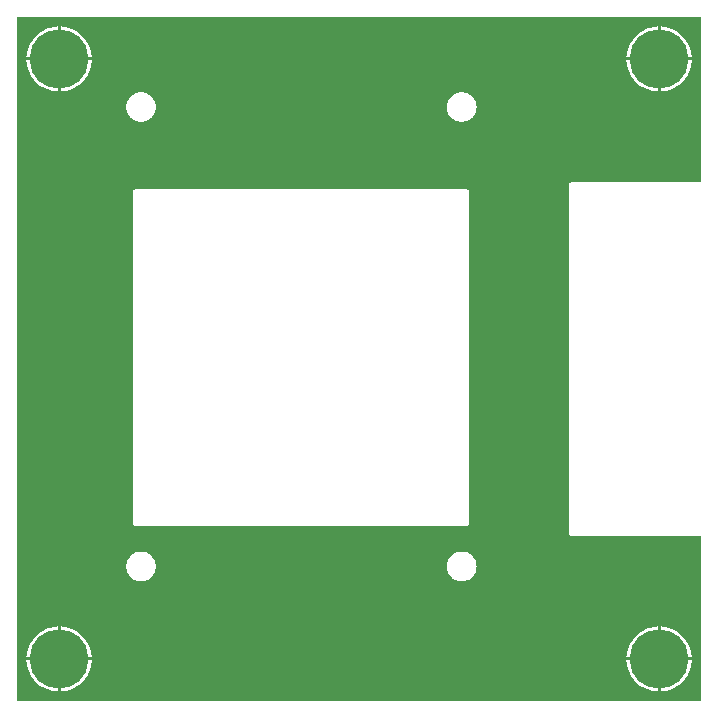
<source format=gbl>
G04 Layer: BottomLayer*
G04 Panelize: , Column: 2, Row: 2, Board Size: 58.42mm x 58.42mm, Panelized Board Size: 118.84mm x 118.84mm*
G04 EasyEDA v6.5.32, 2023-07-25 14:04:49*
G04 2213a410c616409eb271ed70bd61ba3f,5a6b42c53f6a479593ecc07194224c93,10*
G04 Gerber Generator version 0.2*
G04 Scale: 100 percent, Rotated: No, Reflected: No *
G04 Dimensions in millimeters *
G04 leading zeros omitted , absolute positions ,4 integer and 5 decimal *
%FSLAX45Y45*%
%MOMM*%

%ADD10C,5.0000*%

%LPD*%
G36*
X5805932Y25908D02*
G01*
X36068Y26416D01*
X32156Y27178D01*
X28905Y29362D01*
X26670Y32664D01*
X25908Y36576D01*
X25908Y5805932D01*
X26670Y5809843D01*
X28905Y5813094D01*
X32156Y5815330D01*
X36068Y5816092D01*
X5805932Y5816092D01*
X5809843Y5815330D01*
X5813094Y5813094D01*
X5815330Y5809843D01*
X5816092Y5805932D01*
X5816092Y4430268D01*
X5815330Y4426356D01*
X5813094Y4423054D01*
X5809792Y4420870D01*
X5805932Y4420108D01*
X4725009Y4420108D01*
X4718507Y4419295D01*
X4712970Y4417212D01*
X4707839Y4413656D01*
X4704791Y4410608D01*
X4702149Y4407052D01*
X4699660Y4401515D01*
X4698492Y4394047D01*
X4698492Y1448409D01*
X4699254Y1441907D01*
X4701387Y1436370D01*
X4704892Y1431239D01*
X4707940Y1428191D01*
X4711547Y1425549D01*
X4717084Y1423060D01*
X4724552Y1421892D01*
X5805932Y1421892D01*
X5809792Y1421130D01*
X5813094Y1418894D01*
X5815330Y1415592D01*
X5816092Y1411732D01*
X5816092Y36068D01*
X5815330Y32207D01*
X5813094Y28905D01*
X5809843Y26670D01*
G37*

%LPC*%
G36*
X105410Y5473700D02*
G01*
X368300Y5473700D01*
X368300Y5736386D01*
X352145Y5735370D01*
X329285Y5732018D01*
X306781Y5726734D01*
X284835Y5719572D01*
X263499Y5710631D01*
X243027Y5699912D01*
X223520Y5687568D01*
X205130Y5673598D01*
X187960Y5658104D01*
X172161Y5641289D01*
X157784Y5623153D01*
X144983Y5603900D01*
X133858Y5583682D01*
X124460Y5562549D01*
X116890Y5540756D01*
X111150Y5518353D01*
X107289Y5495594D01*
G37*
G36*
X393700Y105562D02*
G01*
X398322Y105664D01*
X421284Y108051D01*
X443992Y112369D01*
X466242Y118618D01*
X487934Y126644D01*
X508812Y136499D01*
X528828Y148031D01*
X547827Y161239D01*
X565607Y175971D01*
X582117Y192125D01*
X597204Y209600D01*
X610819Y228295D01*
X622757Y248107D01*
X633018Y268782D01*
X641553Y290271D01*
X648208Y312369D01*
X653034Y334975D01*
X655929Y357936D01*
X656336Y368300D01*
X393700Y368300D01*
G37*
G36*
X5448300Y105613D02*
G01*
X5448300Y368300D01*
X5185410Y368300D01*
X5187289Y346405D01*
X5191150Y323646D01*
X5196890Y301244D01*
X5204460Y279450D01*
X5213858Y258317D01*
X5224983Y238099D01*
X5237784Y218846D01*
X5252161Y200710D01*
X5267960Y183896D01*
X5285130Y168402D01*
X5303520Y154432D01*
X5323027Y142087D01*
X5343499Y131368D01*
X5364835Y122428D01*
X5386781Y115265D01*
X5409285Y109982D01*
X5432145Y106629D01*
G37*
G36*
X368300Y105613D02*
G01*
X368300Y368300D01*
X105410Y368300D01*
X107289Y346405D01*
X111150Y323646D01*
X116890Y301244D01*
X124460Y279450D01*
X133858Y258317D01*
X144983Y238099D01*
X157784Y218846D01*
X172161Y200710D01*
X187960Y183896D01*
X205130Y168402D01*
X223520Y154432D01*
X243027Y142087D01*
X263499Y131368D01*
X284835Y122428D01*
X306781Y115265D01*
X329285Y109982D01*
X352145Y106629D01*
G37*
G36*
X5473700Y393700D02*
G01*
X5736336Y393700D01*
X5735929Y404063D01*
X5733034Y427024D01*
X5728208Y449630D01*
X5721553Y471728D01*
X5713018Y493217D01*
X5702757Y513892D01*
X5690819Y533704D01*
X5677204Y552348D01*
X5662117Y569874D01*
X5645607Y586028D01*
X5627827Y600760D01*
X5608828Y613968D01*
X5588812Y625500D01*
X5567934Y635355D01*
X5546242Y643382D01*
X5523992Y649630D01*
X5501284Y653948D01*
X5478322Y656336D01*
X5473700Y656437D01*
G37*
G36*
X393700Y393700D02*
G01*
X656336Y393700D01*
X655929Y404063D01*
X653034Y427024D01*
X648208Y449630D01*
X641553Y471728D01*
X633018Y493217D01*
X622757Y513892D01*
X610819Y533704D01*
X597204Y552348D01*
X582117Y569874D01*
X565607Y586028D01*
X547827Y600760D01*
X528828Y613968D01*
X508812Y625500D01*
X487934Y635355D01*
X466242Y643382D01*
X443992Y649630D01*
X421284Y653948D01*
X398322Y656336D01*
X393700Y656437D01*
G37*
G36*
X5185410Y393700D02*
G01*
X5448300Y393700D01*
X5448300Y656386D01*
X5432145Y655370D01*
X5409285Y652018D01*
X5386781Y646734D01*
X5364835Y639572D01*
X5343499Y630631D01*
X5323027Y619912D01*
X5303520Y607568D01*
X5285130Y593598D01*
X5267960Y578104D01*
X5252161Y561289D01*
X5237784Y543153D01*
X5224983Y523900D01*
X5213858Y503682D01*
X5204460Y482549D01*
X5196890Y460756D01*
X5191150Y438353D01*
X5187289Y415594D01*
G37*
G36*
X105410Y393700D02*
G01*
X368300Y393700D01*
X368300Y656386D01*
X352145Y655370D01*
X329285Y652018D01*
X306781Y646734D01*
X284835Y639572D01*
X263499Y630631D01*
X243027Y619912D01*
X223520Y607568D01*
X205130Y593598D01*
X187960Y578104D01*
X172161Y561289D01*
X157784Y543153D01*
X144983Y523900D01*
X133858Y503682D01*
X124460Y482549D01*
X116890Y460756D01*
X111150Y438353D01*
X107289Y415594D01*
G37*
G36*
X3789832Y1038707D02*
G01*
X3804970Y1039621D01*
X3819956Y1042365D01*
X3834434Y1046886D01*
X3848303Y1053134D01*
X3861308Y1061008D01*
X3873296Y1070406D01*
X3884015Y1081125D01*
X3893413Y1093114D01*
X3901287Y1106119D01*
X3907536Y1119987D01*
X3912057Y1134465D01*
X3914800Y1149451D01*
X3915714Y1164590D01*
X3914800Y1179779D01*
X3912057Y1194765D01*
X3907536Y1209243D01*
X3901287Y1223111D01*
X3893413Y1236116D01*
X3884015Y1248105D01*
X3873296Y1258824D01*
X3861308Y1268222D01*
X3848303Y1276096D01*
X3834434Y1282344D01*
X3819956Y1286865D01*
X3804970Y1289608D01*
X3789832Y1290523D01*
X3774643Y1289608D01*
X3759657Y1286865D01*
X3745179Y1282344D01*
X3731310Y1276096D01*
X3718306Y1268222D01*
X3706317Y1258824D01*
X3695598Y1248105D01*
X3686200Y1236116D01*
X3678326Y1223111D01*
X3672078Y1209243D01*
X3667556Y1194765D01*
X3664813Y1179779D01*
X3663899Y1164590D01*
X3664813Y1149451D01*
X3667556Y1134465D01*
X3672078Y1119987D01*
X3678326Y1106119D01*
X3686200Y1093114D01*
X3695598Y1081125D01*
X3706317Y1070406D01*
X3718306Y1061008D01*
X3731310Y1053134D01*
X3745179Y1046886D01*
X3759657Y1042365D01*
X3774643Y1039621D01*
G37*
G36*
X1074826Y1038707D02*
G01*
X1089964Y1039621D01*
X1104950Y1042365D01*
X1119428Y1046886D01*
X1133297Y1053134D01*
X1146302Y1061008D01*
X1158290Y1070406D01*
X1169009Y1081125D01*
X1178407Y1093114D01*
X1186281Y1106119D01*
X1192530Y1119987D01*
X1197051Y1134465D01*
X1199794Y1149451D01*
X1200708Y1164590D01*
X1199794Y1179779D01*
X1197051Y1194765D01*
X1192530Y1209243D01*
X1186281Y1223111D01*
X1178407Y1236116D01*
X1169009Y1248105D01*
X1158290Y1258824D01*
X1146302Y1268222D01*
X1133297Y1276096D01*
X1119428Y1282344D01*
X1104950Y1286865D01*
X1089964Y1289608D01*
X1074826Y1290523D01*
X1059637Y1289608D01*
X1044651Y1286865D01*
X1030173Y1282344D01*
X1016304Y1276096D01*
X1003300Y1268222D01*
X991311Y1258824D01*
X980592Y1248105D01*
X971194Y1236116D01*
X963320Y1223111D01*
X957071Y1209243D01*
X952550Y1194765D01*
X949807Y1179779D01*
X948893Y1164590D01*
X949807Y1149451D01*
X952550Y1134465D01*
X957071Y1119987D01*
X963320Y1106119D01*
X971194Y1093114D01*
X980592Y1081125D01*
X991311Y1070406D01*
X1003300Y1061008D01*
X1016304Y1053134D01*
X1030173Y1046886D01*
X1044651Y1042365D01*
X1059637Y1039621D01*
G37*
G36*
X5473700Y105562D02*
G01*
X5478322Y105664D01*
X5501284Y108051D01*
X5523992Y112369D01*
X5546242Y118618D01*
X5567934Y126644D01*
X5588812Y136499D01*
X5608828Y148031D01*
X5627827Y161239D01*
X5645607Y175971D01*
X5662117Y192125D01*
X5677204Y209600D01*
X5690819Y228295D01*
X5702757Y248107D01*
X5713018Y268782D01*
X5721553Y290271D01*
X5728208Y312369D01*
X5733034Y334975D01*
X5735929Y357936D01*
X5736336Y368300D01*
X5473700Y368300D01*
G37*
G36*
X3789832Y4928717D02*
G01*
X3804970Y4929632D01*
X3819956Y4932375D01*
X3834434Y4936896D01*
X3848303Y4943144D01*
X3861308Y4951018D01*
X3873296Y4960366D01*
X3884015Y4971135D01*
X3893413Y4983073D01*
X3901287Y4996078D01*
X3907536Y5009946D01*
X3912057Y5024475D01*
X3914800Y5039410D01*
X3915714Y5054600D01*
X3914800Y5069789D01*
X3912057Y5084724D01*
X3907536Y5099253D01*
X3901287Y5113121D01*
X3893413Y5126126D01*
X3884015Y5138064D01*
X3873296Y5148834D01*
X3861308Y5158181D01*
X3848303Y5166055D01*
X3834434Y5172303D01*
X3819956Y5176824D01*
X3804970Y5179568D01*
X3789832Y5180482D01*
X3774643Y5179568D01*
X3759657Y5176824D01*
X3745179Y5172303D01*
X3731310Y5166055D01*
X3718306Y5158181D01*
X3706317Y5148834D01*
X3695598Y5138064D01*
X3686200Y5126126D01*
X3678326Y5113121D01*
X3672078Y5099253D01*
X3667556Y5084724D01*
X3664813Y5069789D01*
X3663899Y5054600D01*
X3664813Y5039410D01*
X3667556Y5024475D01*
X3672078Y5009946D01*
X3678326Y4996078D01*
X3686200Y4983073D01*
X3695598Y4971135D01*
X3706317Y4960366D01*
X3718306Y4951018D01*
X3731310Y4943144D01*
X3745179Y4936896D01*
X3759657Y4932375D01*
X3774643Y4929632D01*
G37*
G36*
X1074826Y4928717D02*
G01*
X1089964Y4929632D01*
X1104950Y4932375D01*
X1119428Y4936896D01*
X1133297Y4943144D01*
X1146302Y4951018D01*
X1158290Y4960366D01*
X1169009Y4971135D01*
X1178407Y4983073D01*
X1186281Y4996078D01*
X1192530Y5009946D01*
X1197051Y5024475D01*
X1199794Y5039410D01*
X1200708Y5054600D01*
X1199794Y5069789D01*
X1197051Y5084724D01*
X1192530Y5099253D01*
X1186281Y5113121D01*
X1178407Y5126126D01*
X1169009Y5138064D01*
X1158290Y5148834D01*
X1146302Y5158181D01*
X1133297Y5166055D01*
X1119428Y5172303D01*
X1104950Y5176824D01*
X1089964Y5179568D01*
X1074826Y5180482D01*
X1059637Y5179568D01*
X1044651Y5176824D01*
X1030173Y5172303D01*
X1016304Y5166055D01*
X1003300Y5158181D01*
X991311Y5148834D01*
X980592Y5138064D01*
X971194Y5126126D01*
X963320Y5113121D01*
X957071Y5099253D01*
X952550Y5084724D01*
X949807Y5069789D01*
X948893Y5054600D01*
X949807Y5039410D01*
X952550Y5024475D01*
X957071Y5009946D01*
X963320Y4996078D01*
X971194Y4983073D01*
X980592Y4971135D01*
X991311Y4960366D01*
X1003300Y4951018D01*
X1016304Y4943144D01*
X1030173Y4936896D01*
X1044651Y4932375D01*
X1059637Y4929632D01*
G37*
G36*
X5473700Y5185562D02*
G01*
X5478322Y5185664D01*
X5501284Y5188051D01*
X5523992Y5192369D01*
X5546242Y5198618D01*
X5567934Y5206644D01*
X5588812Y5216499D01*
X5608828Y5228031D01*
X5627827Y5241239D01*
X5645607Y5255971D01*
X5662117Y5272125D01*
X5677204Y5289600D01*
X5690819Y5308295D01*
X5702757Y5328107D01*
X5713018Y5348782D01*
X5721553Y5370271D01*
X5728208Y5392369D01*
X5733034Y5414975D01*
X5735929Y5437936D01*
X5736336Y5448300D01*
X5473700Y5448300D01*
G37*
G36*
X393700Y5185562D02*
G01*
X398322Y5185664D01*
X421284Y5188051D01*
X443992Y5192369D01*
X466242Y5198618D01*
X487934Y5206644D01*
X508812Y5216499D01*
X528828Y5228031D01*
X547827Y5241239D01*
X565607Y5255971D01*
X582117Y5272125D01*
X597204Y5289600D01*
X610819Y5308295D01*
X622757Y5328107D01*
X633018Y5348782D01*
X641553Y5370271D01*
X648208Y5392369D01*
X653034Y5414975D01*
X655929Y5437936D01*
X656336Y5448300D01*
X393700Y5448300D01*
G37*
G36*
X5448300Y5185613D02*
G01*
X5448300Y5448300D01*
X5185410Y5448300D01*
X5187289Y5426405D01*
X5191150Y5403646D01*
X5196890Y5381244D01*
X5204460Y5359450D01*
X5213858Y5338318D01*
X5224983Y5318099D01*
X5237784Y5298846D01*
X5252161Y5280710D01*
X5267960Y5263896D01*
X5285130Y5248402D01*
X5303520Y5234432D01*
X5323027Y5222087D01*
X5343499Y5211368D01*
X5364835Y5202428D01*
X5386781Y5195265D01*
X5409285Y5189982D01*
X5432145Y5186629D01*
G37*
G36*
X368300Y5185613D02*
G01*
X368300Y5448300D01*
X105410Y5448300D01*
X107289Y5426405D01*
X111150Y5403646D01*
X116890Y5381244D01*
X124460Y5359450D01*
X133858Y5338318D01*
X144983Y5318099D01*
X157784Y5298846D01*
X172161Y5280710D01*
X187960Y5263896D01*
X205130Y5248402D01*
X223520Y5234432D01*
X243027Y5222087D01*
X263499Y5211368D01*
X284835Y5202428D01*
X306781Y5195265D01*
X329285Y5189982D01*
X352145Y5186629D01*
G37*
G36*
X5473700Y5473700D02*
G01*
X5736336Y5473700D01*
X5735929Y5484063D01*
X5733034Y5507024D01*
X5728208Y5529630D01*
X5721553Y5551728D01*
X5713018Y5573217D01*
X5702757Y5593892D01*
X5690819Y5613704D01*
X5677204Y5632348D01*
X5662117Y5649874D01*
X5645607Y5666028D01*
X5627827Y5680760D01*
X5608828Y5693968D01*
X5588812Y5705500D01*
X5567934Y5715355D01*
X5546242Y5723382D01*
X5523992Y5729630D01*
X5501284Y5733948D01*
X5478322Y5736336D01*
X5473700Y5736437D01*
G37*
G36*
X393700Y5473700D02*
G01*
X656336Y5473700D01*
X655929Y5484063D01*
X653034Y5507024D01*
X648208Y5529630D01*
X641553Y5551728D01*
X633018Y5573217D01*
X622757Y5593892D01*
X610819Y5613704D01*
X597204Y5632348D01*
X582117Y5649874D01*
X565607Y5666028D01*
X547827Y5680760D01*
X528828Y5693968D01*
X508812Y5705500D01*
X487934Y5715355D01*
X466242Y5723382D01*
X443992Y5729630D01*
X421284Y5733948D01*
X398322Y5736336D01*
X393700Y5736437D01*
G37*
G36*
X5185410Y5473700D02*
G01*
X5448300Y5473700D01*
X5448300Y5736386D01*
X5432145Y5735370D01*
X5409285Y5732018D01*
X5386781Y5726734D01*
X5364835Y5719572D01*
X5343499Y5710631D01*
X5323027Y5699912D01*
X5303520Y5687568D01*
X5285130Y5673598D01*
X5267960Y5658104D01*
X5252161Y5641289D01*
X5237784Y5623153D01*
X5224983Y5603900D01*
X5213858Y5583682D01*
X5204460Y5562549D01*
X5196890Y5540756D01*
X5191150Y5518353D01*
X5187289Y5495594D01*
G37*
G36*
X1030579Y1506016D02*
G01*
X3829456Y1506016D01*
X3835755Y1506728D01*
X3841242Y1508607D01*
X3846118Y1511706D01*
X3850233Y1515770D01*
X3853281Y1520698D01*
X3855212Y1526133D01*
X3855923Y1532483D01*
X3855923Y4331309D01*
X3855212Y4337659D01*
X3853281Y4343095D01*
X3850233Y4348022D01*
X3846118Y4352086D01*
X3841242Y4355185D01*
X3835755Y4357116D01*
X3829456Y4357827D01*
X1030579Y4357827D01*
X1024280Y4357116D01*
X1018794Y4355185D01*
X1013917Y4352086D01*
X1009802Y4348022D01*
X1006754Y4343095D01*
X1004824Y4337659D01*
X1004112Y4331309D01*
X1004112Y1532483D01*
X1004824Y1526133D01*
X1006754Y1520698D01*
X1009802Y1515770D01*
X1013917Y1511706D01*
X1018794Y1508607D01*
X1024280Y1506728D01*
G37*

%LPD*%
D10*
G01*
X381000Y5461000D03*
G01*
X5461000Y5461000D03*
G01*
X5461000Y381000D03*
G01*
X381000Y381000D03*
M02*

</source>
